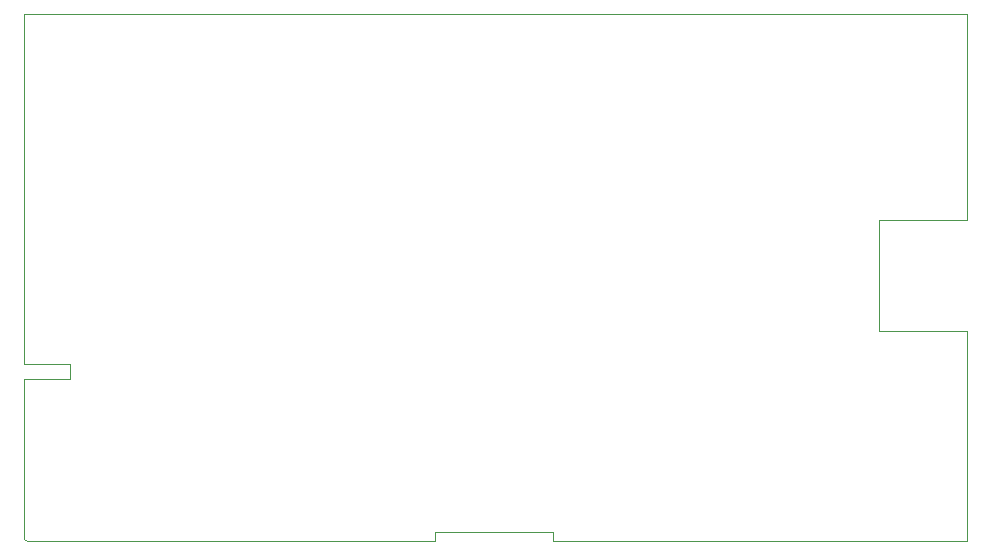
<source format=gm1>
G04 #@! TF.GenerationSoftware,KiCad,Pcbnew,7.0.11-7.0.11~ubuntu22.04.1*
G04 #@! TF.CreationDate,2024-06-26T13:47:26+02:00*
G04 #@! TF.ProjectId,S3-silicon-Sharp-Touch,53332d73-696c-4696-936f-6e2d53686172,rev?*
G04 #@! TF.SameCoordinates,Original*
G04 #@! TF.FileFunction,Profile,NP*
%FSLAX46Y46*%
G04 Gerber Fmt 4.6, Leading zero omitted, Abs format (unit mm)*
G04 Created by KiCad (PCBNEW 7.0.11-7.0.11~ubuntu22.04.1) date 2024-06-26 13:47:26*
%MOMM*%
%LPD*%
G01*
G04 APERTURE LIST*
G04 #@! TA.AperFunction,Profile*
%ADD10C,0.100000*%
G04 #@! TD*
G04 APERTURE END LIST*
D10*
X107500000Y-49000000D02*
X100040000Y-49000000D01*
X27650000Y-62400000D02*
X31550000Y-62400000D01*
X27650000Y-31500000D02*
X107500000Y-31500000D01*
X31550000Y-61150000D02*
X27650000Y-61150000D01*
X72419999Y-76150000D02*
X107500000Y-76150000D01*
X27650000Y-62400000D02*
X27650000Y-75852868D01*
X107500000Y-31500000D02*
X107500000Y-49000000D01*
X100040000Y-58350000D02*
X100040000Y-49000000D01*
X27650000Y-61150000D02*
X27650000Y-31500000D01*
X27649932Y-75852868D02*
G75*
G03*
X27950000Y-76152868I300068J68D01*
G01*
X62419999Y-75357875D02*
X72419999Y-75357875D01*
X62419999Y-76150000D02*
X62419999Y-75357875D01*
X107500000Y-58350000D02*
X100040000Y-58350000D01*
X27950000Y-76150000D02*
X62419999Y-76150000D01*
X72419999Y-76150000D02*
X72419999Y-75357875D01*
X31550000Y-62400000D02*
X31550000Y-61150000D01*
X107500000Y-58350000D02*
X107500000Y-76150000D01*
M02*

</source>
